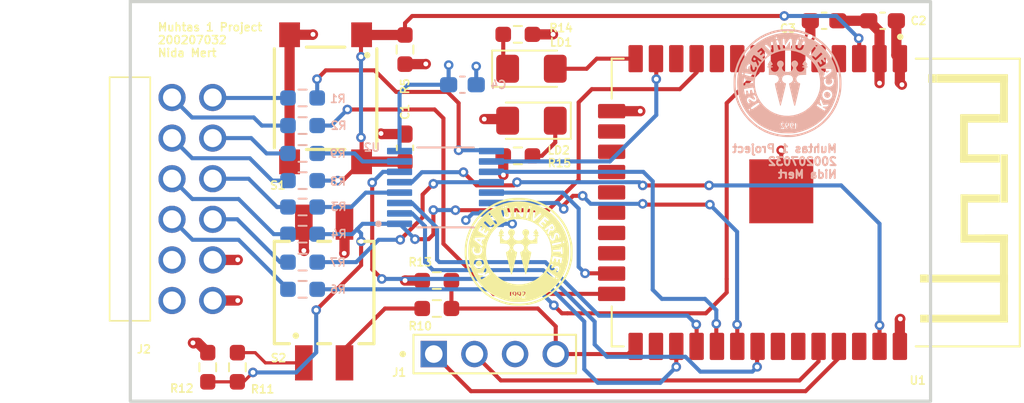
<source format=kicad_pcb>
(kicad_pcb (version 20240108) (generator "pcbnew") (generator_version "8.0")
  (layers (0 "F.Cu" signal) (1 "In1.Cu" power "GND") (2 "In2.Cu" power "PWR") (31 "B.Cu" signal) (34 "B.Paste" user) (35 "F.Paste" user) (36 "B.SilkS" user "B.Silkscreen") (37 "F.SilkS" user "F.Silkscreen") (38 "B.Mask" user) (39 "F.Mask" user) (44 "Edge.Cuts" user))
  (net 0 "")
  (net 1 "/EN")
  (net 2 "/GND")
  (net 3 "/VCC3V3")
  (net 4 "/TXD0")
  (net 5 "/IO0")
  (net 6 "/RXD0")
  (net 7 "Net-(J2-Pad10)")
  (net 8 "Net-(J2-Pad2)")
  (net 9 "Net-(J2-Pad7)")
  (net 10 "Net-(J2-Pad1)")
  (net 11 "Net-(J2-Pad3)")
  (net 12 "Net-(J2-Pad8)")
  (net 13 "Net-(J2-Pad4)")
  (net 14 "Net-(J2-Pad9)")
  (net 15 "/LD0")
  (net 16 "Net-(LD1-K)")
  (net 17 "Net-(LD2-K)")
  (net 18 "/RTS{slash}SS")
  (net 19 "/INT")
  (net 20 "/TXD{slash}MISO")
  (net 21 "/SELECT")
  (net 22 "/GPIO")
  (net 23 "/CTS{slash}SCK")
  (net 24 "/RXD{slash}MOSI")
  (net 25 "Net-(R10-Pad2)")
  (net 26 "Net-(R11-Pad1)")
  (net 28 "/TXD")
  (net 30 "/SS")
  (net 33 "/MOSI")
  (net 34 "/CTS")
  (net 35 "/MISO")
  (net 38 "/RTS")
  (net 43 "/SCK")
  (net 49 "/RXD")
  (footprint "Resistor_SMD:R_0603_1608Metric_Pad0.98x0.95mm_HandSolder" (layer "F.Cu") (at 146.0375 111.5 180)
    (property "Reference" "R10" (at 1.0375 -1.1 0) (layer "F.SilkS") (effects (font (size 0.5 0.5) (thickness 0.1) (bold yes))))
    (property "Value" "1K" (hide yes))
    (pad "1" smd roundrect (at -0.9125 0 180) (size 0.975 0.95) (layers "F.Cu" "F.Paste" "F.Mask") (net 5 "/IO0"))
    (pad "2" smd roundrect (at 0.9125 0 180) (size 0.975 0.95) (layers "F.Cu" "F.Paste" "F.Mask") (net 25 "Net-(R10-Pad2)"))
  )
  (footprint "Resistor_SMD:R_0603_1608Metric_Pad0.98x0.95mm_HandSolder" (layer "F.Cu") (at 146.0375 109.75 180)
    (property "Reference" "R13" (at 1.0375 1.15 0) (layer "F.SilkS") (effects (font (size 0.5 0.5) (thickness 0.1) (bold yes))))
    (property "Value" "20K" (hide yes))
    (pad "1" smd roundrect (at -0.9125 0 180) (size 0.975 0.95) (layers "F.Cu" "F.Paste" "F.Mask") (net 5 "/IO0"))
    (pad "2" smd roundrect (at 0.9125 0 180) (size 0.975 0.95) (layers "F.Cu" "F.Paste" "F.Mask") (net 3 "/VCC3V3"))
  )
  (footprint "Resistor_SMD:R_0603_1608Metric_Pad0.98x0.95mm_HandSolder" (layer "F.Cu") (at 133.575 115.175 -90)
    (property "Reference" "R11" (at 1.375 -1.575 180) (layer "F.SilkS") (effects (font (size 0.5 0.5) (thickness 0.1) (bold yes))))
    (property "Value" "5.6K" (hide yes))
    (pad "1" smd roundrect (at -0.9125 0 270) (size 0.975 0.95) (layers "F.Cu" "F.Paste" "F.Mask") (net 26 "Net-(R11-Pad1)"))
    (pad "2" smd roundrect (at 0.9125 0 270) (size 0.975 0.95) (layers "F.Cu" "F.Paste" "F.Mask") (net 21 "/SELECT"))
  )
  (footprint "Capacitor_SMD:C_0603_1608Metric_Pad1.08x0.95mm_HandSolder" (layer "F.Cu") (at 170.2375 93.5)
    (property "Reference" "C3" (at -2.2625 0.475 0) (layer "F.SilkS") (effects (font (size 0.5 0.5) (thickness 0.1) (bold yes))))
    (property "Value" "10uF" (hide yes))
    (pad "1" smd roundrect (at -0.8625 0) (size 1.075 0.95) (layers "F.Cu" "F.Paste" "F.Mask") (net 2 "/GND"))
    (pad "2" smd roundrect (at 0.8625 0) (size 1.075 0.95) (layers "F.Cu" "F.Paste" "F.Mask") (net 3 "/VCC3V3"))
  )
  (footprint "ESP-WROOM-32:MODULE_ESP-WROOM-32" (layer "F.Cu") (at 166.715 104.87 -90)
    (property "Reference" "U1" (at 11.13 -9.3725 180) (layer "F.SilkS") (effects (font (size 0.5 0.5) (thickness 0.1) (bold yes))))
    (property "Value" "ESP-WROOM-32" (hide yes))
    (pad "1" smd roundrect (at -9 -8.255 270) (size 1.7 0.9) (layers "F.Cu" "F.Paste" "F.Mask") (roundrect_rratio 0.11) (net 2 "/GND"))
    (pad "1.1" smd rect (at -0.7 -0.845 270) (size 4 4) (layers "F.Cu" "F.Paste" "F.Mask") (net 2 "/GND"))
    (pad "2" smd roundrect (at -9 -6.985 270) (size 1.7 0.9) (layers "F.Cu" "F.Paste" "F.Mask") (roundrect_rratio 0.11) (net 3 "/VCC3V3"))
    (pad "3" smd roundrect (at -9 -5.715 270) (size 1.7 0.9) (layers "F.Cu" "F.Paste" "F.Mask") (roundrect_rratio 0.11) (net 1 "/EN"))
    (pad "4" smd roundrect (at -9 -4.445 270) (size 1.7 0.9) (layers "F.Cu" "F.Paste" "F.Mask") (roundrect_rratio 0.11))
    (pad "5" smd roundrect (at -9 -3.175 270) (size 1.7 0.9) (layers "F.Cu" "F.Paste" "F.Mask") (roundrect_rratio 0.11))
    (pad "6" smd roundrect (at -9 -1.905 270) (size 1.7 0.9) (layers "F.Cu" "F.Paste" "F.Mask") (roundrect_rratio 0.11))
    (pad "7" smd roundrect (at -9 -0.635 270) (size 1.7 0.9) (layers "F.Cu" "F.Paste" "F.Mask") (roundrect_rratio 0.11))
    (pad "8" smd roundrect (at -9 0.635 270) (size 1.7 0.9) (layers "F.Cu" "F.Paste" "F.Mask") (roundrect_rratio 0.11) (net 22 "/GPIO"))
    (pad "9" smd roundrect (at -9 1.905 270) (size 1.7 0.9) (layers "F.Cu" "F.Paste" "F.Mask") (roundrect_rratio 0.11))
    (pad "10" smd roundrect (at -9 3.175 270) (size 1.7 0.9) (layers "F.Cu" "F.Paste" "F.Mask") (roundrect_rratio 0.11))
    (pad "11" smd roundrect (at -9 4.445 270) (size 1.7 0.9) (layers "F.Cu" "F.Paste" "F.Mask") (roundrect_rratio 0.11) (net 21 "/SELECT"))
    (pad "12" smd roundrect (at -9 5.715 270) (size 1.7 0.9) (layers "F.Cu" "F.Paste" "F.Mask") (roundrect_rratio 0.11))
    (pad "13" smd roundrect (at -9 6.985 270) (size 1.7 0.9) (layers "F.Cu" "F.Paste" "F.Mask") (roundrect_rratio 0.11) (net 38 "/RTS"))
    (pad "14" smd roundrect (at -9 8.255 270) (size 1.7 0.9) (layers "F.Cu" "F.Paste" "F.Mask") (roundrect_rratio 0.11) (net 15 "/LD0"))
    (pad "15" smd roundrect (at -5.715 9.755 270) (size 0.9 1.7) (layers "F.Cu" "F.Paste" "F.Mask") (roundrect_rratio 0.11) (net 2 "/GND"))
    (pad "16" smd roundrect (at -4.445 9.755 270) (size 0.9 1.7) (layers "F.Cu" "F.Paste" "F.Mask") (roundrect_rratio 0.11))
    (pad "17" smd roundrect (at -3.175 9.755 270) (size 0.9 1.7) (layers "F.Cu" "F.Paste" "F.Mask") (roundrect_rratio 0.11))
    (pad "18" smd roundrect (at -1.905 9.755 270) (size 0.9 1.7) (layers "F.Cu" "F.Paste" "F.Mask") (roundrect_rratio 0.11))
    (pad "19" smd roundrect (at -0.635 9.755 270) (size 0.9 1.7) (layers "F.Cu" "F.Paste" "F.Mask") (roundrect_rratio 0.11))
    (pad "20" smd roundrect (at 0.635 9.755 270) (size 0.9 1.7) (layers "F.Cu" "F.Paste" "F.Mask") (roundrect_rratio 0.11))
    (pad "21" smd roundrect (at 1.905 9.755 270) (size 0.9 1.7) (layers "F.Cu" "F.Paste" "F.Mask") (roundrect_rratio 0.11))
    (pad "22" smd roundrect (at 3.175 9.755 270) (size 0.9 1.7) (layers "F.Cu" "F.Paste" "F.Mask") (roundrect_rratio 0.11))
    (pad "23" smd roundrect (at 4.445 9.755 270) (size 0.9 1.7) (layers "F.Cu" "F.Paste" "F.Mask") (roundrect_rratio 0.11) (net 34 "/CTS"))
    (pad "24" smd roundrect (at 5.715 9.755 270) (size 0.9 1.7) (layers "F.Cu" "F.Paste" "F.Mask") (roundrect_rratio 0.11) (net 19 "/INT"))
    (pad "25" smd roundrect (at 9 8.255 270) (size 1.7 0.9) (layers "F.Cu" "F.Paste" "F.Mask") (roundrect_rratio 0.11) (net 5 "/IO0"))
    (pad "26" smd roundrect (at 9 6.985 270) (size 1.7 0.9) (layers "F.Cu" "F.Paste" "F.Mask") (roundrect_rratio 0.11))
    (pad "27" smd roundrect (at 9 5.715 270) (size 1.7 0.9) (layers "F.Cu" "F.Paste" "F.Mask") (roundrect_rratio 0.11) (net 49 "/RXD"))
    (pad "28" smd roundrect (at 9 4.445 270) (size 1.7 0.9) (layers "F.Cu" "F.Paste" "F.Mask") (roundrect_rratio 0.11) (net 28 "/TXD"))
    (pad "29" smd roundrect (at 9 3.175 270) (size 1.7 0.9) (layers "F.Cu" "F.Paste" "F.Mask") (roundrect_rratio 0.11) (net 30 "/SS"))
    (pad "30" smd roundrect (at 9 1.905 270) (size 1.7 0.9) (layers "F.Cu" "F.Paste" "F.Mask") (roundrect_rratio 0.11) (net 43 "/SCK"))
    (pad "31" smd roundrect (at 9 0.635 270) (size 1.7 0.9) (layers "F.Cu" "F.Paste" "F.Mask") (roundrect_rratio 0.11) (net 35 "/MISO"))
    (pad "32" smd roundrect (at 9 -0.635 270) (size 1.7 0.9) (layers "F.Cu" "F.Paste" "F.Mask") (roundrect_rratio 0.11))
    (pad "33" smd roundrect (at 9 -1.905 270) (size 1.7 0.9) (layers "F.Cu" "F.Paste" "F.Mask") (roundrect_rratio 0.11))
    (pad "34" smd roundrect (at 9 -3.175 270) (size 1.7 0.9) (layers "F.Cu" "F.Paste" "F.Mask") (roundrect_rratio 0.11) (net 6 "/RXD0"))
    (pad "35" smd roundrect (at 9 -4.445 270) (size 1.7 0.9) (layers "F.Cu" "F.Paste" "F.Mask") (roundrect_rratio 0.11) (net 4 "/TXD0"))
    (pad "36" smd roundrect (at 9 -5.715 270) (size 1.7 0.9) (layers "F.Cu" "F.Paste" "F.Mask") (roundrect_rratio 0.11))
    (pad "37" smd roundrect (at 9 -6.985 270) (size 1.7 0.9) (layers "F.Cu" "F.Paste" "F.Mask") (roundrect_rratio 0.11) (net 33 "/MOSI"))
    (pad "38" smd roundrect (at 9 -8.255 270) (size 1.7 0.9) (layers "F.Cu" "F.Paste" "F.Mask") (roundrect_rratio 0.11) (net 2 "/GND"))
  )
  (footprint "Resistor_SMD:R_0603_1608Metric_Pad0.98x0.95mm_HandSolder" (layer "F.Cu") (at 131.725 115.175 90)
    (property "Reference" "R12" (at -1.325 -1.625 180) (layer "F.SilkS") (effects (font (size 0.5 0.5) (thickness 0.1) (bold yes))))
    (property "Value" "20K" (hide yes))
    (pad "1" smd roundrect (at -0.9125 0 90) (size 0.975 0.95) (layers "F.Cu" "F.Paste" "F.Mask") (net 21 "/SELECT"))
    (pad "2" smd roundrect (at 0.9125 0 90) (size 0.975 0.95) (layers "F.Cu" "F.Paste" "F.Mask") (net 2 "/GND"))
  )
  (footprint "Capacitor_SMD:C_0603_1608Metric_Pad1.08x0.95mm_HandSolder" (layer "F.Cu") (at 144.05 101.45 90)
    (property "Reference" "C1" (at 2.25 0 90) (layer "F.SilkS") (effects (font (size 0.5 0.5) (thickness 0.1) (bold yes))))
    (property "Value" "10nF" (hide yes))
    (pad "1" smd roundrect (at -0.8625 0 90) (size 1.075 0.95) (layers "F.Cu" "F.Paste" "F.Mask") (net 1 "/EN"))
    (pad "2" smd roundrect (at 0.8625 0 90) (size 1.075 0.95) (layers "F.Cu" "F.Paste" "F.Mask") (net 2 "/GND"))
  )
  (footprint "m20-9740642:M209740642" (layer "F.Cu") (at 132.0335 111 90)
    (property "Reference" "J2" (at -3.05 -4.296 180) (layer "F.SilkS") (effects (font (size 0.5 0.5) (thickness 0.1) (bold yes))))
    (property "Value" "2x6 Pin Male Header, Through Hole" (hide yes))
    (pad "1" thru_hole circle (at 12.7 0 90) (size 1.695 1.695) (drill 1.13) (layers "*.Cu" "*.Mask") (net 10 "Net-(J2-Pad1)"))
    (pad "2" thru_hole circle (at 10.16 0 90) (size 1.695 1.695) (drill 1.13) (layers "*.Cu" "*.Mask") (net 8 "Net-(J2-Pad2)"))
    (pad "3" thru_hole circle (at 7.62 0 90) (size 1.695 1.695) (drill 1.13) (layers "*.Cu" "*.Mask") (net 11 "Net-(J2-Pad3)"))
    (pad "4" thru_hole circle (at 5.08 0 90) (size 1.695 1.695) (drill 1.13) (layers "*.Cu" "*.Mask") (net 13 "Net-(J2-Pad4)"))
    (pad "5" thru_hole circle (at 2.54 0 90) (size 1.695 1.695) (drill 1.13) (layers "*.Cu" "*.Mask") (net 2 "/GND"))
    (pad "6" thru_hole circle (at 0 0 90) (size 1.695 1.695) (drill 1.13) (layers "*.Cu" "*.Mask") (net 3 "/VCC3V3"))
    (pad "7" thru_hole circle (at 12.7 -2.54 90) (size 1.695 1.695) (drill 1.13) (layers "*.Cu" "*.Mask") (net 9 "Net-(J2-Pad7)"))
    (pad "8" thru_hole circle (at 10.16 -2.54 90) (size 1.695 1.695) (drill 1.13) (layers "*.Cu" "*.Mask") (net 12 "Net-(J2-Pad8)"))
    (pad "9" thru_hole circle (at 7.62 -2.54 90) (size 1.695 1.695) (drill 1.13) (layers "*.Cu" "*.Mask") (net 14 "Net-(J2-Pad9)"))
    (pad "10" thru_hole circle (at 5.08 -2.54 90) (size 1.695 1.695) (drill 1.13) (layers "*.Cu" "*.Mask") (net 7 "Net-(J2-Pad10)"))
    (pad "11" thru_hole circle (at 2.54 -2.54 90) (size 1.695 1.695) (drill 1.13) (layers "*.Cu" "*.Mask") (net 2 "/GND"))
    (pad "12" thru_hole circle (at 0 -2.54 90) (size 1.695 1.695) (drill 1.13) (layers "*.Cu" "*.Mask") (net 3 "/VCC3V3"))
  )
  (footprint "Resistor_SMD:R_0603_1608Metric_Pad0.98x0.95mm_HandSolder" (layer "F.Cu") (at 144.05 95.3 90)
    (property "Reference" "R5" (at -2.3 0 90) (layer "F.SilkS") (effects (font (size 0.5 0.5) (thickness 0.1) (bold yes))))
    (property "Value" "10K" (hide yes))
    (pad "1" smd roundrect (at -0.9125 0 90) (size 0.975 0.95) (layers "F.Cu" "F.Paste" "F.Mask") (net 3 "/VCC3V3"))
    (pad "2" smd roundrect (at 0.9125 0 90) (size 0.975 0.95) (layers "F.Cu" "F.Paste" "F.Mask") (net 1 "/EN"))
  )
  (footprint "LED_SMD:LED_1206_3216Metric_Pad1.42x1.75mm_HandSolder" (layer "F.Cu") (at 151.95 99.75 180)
    (property "Reference" "LD2" (at -1.7 -1.85 0) (layer "F.SilkS") (effects (font (size 0.5 0.5) (thickness 0.1) (bold yes))))
    (property "Value" "Red Led" (hide yes))
    (pad "1" smd roundrect (at -1.4875 0 180) (size 1.425 1.75) (layers "F.Cu" "F.Paste" "F.Mask") (roundrect_rratio 0.175439) (net 17 "Net-(LD2-K)"))
    (pad "2" smd roundrect (at 1.4875 0 180) (size 1.425 1.75) (layers "F.Cu" "F.Paste" "F.Mask") (roundrect_rratio 0.175439) (net 3 "/VCC3V3"))
  )
  (footprint "Resistor_SMD:R_0603_1608Metric_Pad0.98x0.95mm_HandSolder" (layer "F.Cu") (at 151.1 101.95 180)
    (property "Reference" "R15" (at -2.6 -0.45 0) (layer "F.SilkS") (effects (font (size 0.5 0.5) (thickness 0.1))))
    (property "Value" "1.5K" (hide yes))
    (pad "1" smd roundrect (at -0.9125 0 180) (size 0.975 0.95) (layers "F.Cu" "F.Paste" "F.Mask") (net 17 "Net-(LD2-K)"))
    (pad "2" smd roundrect (at 0.9125 0 180) (size 0.975 0.95) (layers "F.Cu" "F.Paste" "F.Mask") (net 2 "/GND"))
  )
  (footprint "Resistor_SMD:R_0603_1608Metric_Pad0.98x0.95mm_HandSolder" (layer "F.Cu") (at 151.1 94.35)
    (property "Reference" "R14" (at 2.7 -0.4 180) (layer "F.SilkS") (effects (font (size 0.5 0.5) (thickness 0.1) (bold yes))))
    (property "Value" "1.5K" (hide yes))
    (pad "1" smd roundrect (at -0.9125 0) (size 0.975 0.95) (layers "F.Cu" "F.Paste" "F.Mask") (net 16 "Net-(LD1-K)"))
    (pad "2" smd roundrect (at 0.9125 0) (size 0.975 0.95) (layers "F.Cu" "F.Paste" "F.Mask") (net 2 "/GND"))
  )
  (footprint "418121270802:418121270802" (layer "F.Cu") (at 138.9975 110.5)
    (property "Reference" "S2" (at -2.85 4.1 0) (layer "F.SilkS") (effects (font (size 0.5 0.5) (thickness 0.1) (bold yes))))
    (property "Value" "Dip Switch" (hide yes))
    (property "VALUE" "418121270802" (hide yes))
    (pad "1" smd rect (at -1.27 4.4) (size 1.1 2.2) (layers "F.Cu" "F.Paste" "F.Mask") (net 26 "Net-(R11-Pad1)"))
    (pad "2" smd rect (at 1.27 4.4) (size 1.1 2.2) (layers "F.Cu" "F.Paste" "F.Mask") (net 25 "Net-(R10-Pad2)"))
    (pad "A1" smd rect (at -1.27 -4.4) (size 1.1 2.2) (layers "F.Cu" "F.Paste" "F.Mask") (net 3 "/VCC3V3"))
    (pad "A2" smd rect (at 1.27 -4.4) (size 1.1 2.2) (layers "F.Cu" "F.Paste" "F.Mask") (net 2 "/GND"))
  )
  (footprint "430182050816:430182050816" (layer "F.Cu") (at 139.0875 98.35 -90)
    (property "Reference" "S1" (at 5.45 2.9875 180) (layer "F.SilkS") (effects (font (size 0.5 0.5) (thickness 0.1) (bold yes))))
    (property "Value" "Tactile Switch" (hide yes))
    (property "VALUE" "430182050816" (hide yes))
    (pad "1" smd rect (at -3.975 -2.25 270) (size 1.55 1.3) (layers "F.Cu" "F.Paste" "F.Mask") (net 1 "/EN"))
    (pad "2" smd rect (at -3.975 2.25 270) (size 1.55 1.3) (layers "F.Cu" "F.Paste" "F.Mask") (net 2 "/GND"))
    (pad "3" smd rect (at 3.975 -2.25 270) (size 1.55 1.3) (layers "F.Cu" "F.Paste" "F.Mask") (net 1 "/EN"))
    (pad "4" smd rect (at 3.975 2.25 270) (size 1.55 1.3) (layers "F.Cu" "F.Paste" "F.Mask") (net 2 "/GND"))
  )
  (footprint "Capacitor_SMD:C_0603_1608Metric_Pad1.08x0.95mm_HandSolder" (layer "F.Cu") (at 173.8875 93.5 180)
    (property "Reference" "C2" (at -2.25 0 0) (layer "F.SilkS") (effects (font (size 0.5 0.5) (thickness 0.1) (bold yes))))
    (property "Value" "100nF" (hide yes))
    (pad "1" smd roundrect (at -0.8625 0 180) (size 1.075 0.95) (layers "F.Cu" "F.Paste" "F.Mask") (net 2 "/GND"))
    (pad "2" smd roundrect (at 0.8625 0 180) (size 1.075 0.95) (layers "F.Cu" "F.Paste" "F.Mask") (net 3 "/VCC3V3"))
  )
  (footprint "LED_SMD:LED_1206_3216Metric_Pad1.42x1.75mm_HandSolder" (layer "F.Cu") (at 151.95 96.5)
    (property "Reference" "LD1" (at 1.85 -1.65 0) (layer "F.SilkS") (effects (font (size 0.5 0.5) (thickness 0.1) (bold yes))))
    (property "Value" "Green Led" (hide yes))
    (pad "1" smd roundrect (at -1.4875 0) (size 1.425 1.75) (layers "F.Cu" "F.Paste" "F.Mask") (roundrect_rratio 0.175439) (net 16 "Net-(LD1-K)"))
    (pad "2" smd roundrect (at 1.4875 0) (size 1.425 1.75) (layers "F.Cu" "F.Paste" "F.Mask") (roundrect_rratio 0.175439) (net 15 "/LD0"))
  )
  (footprint "Logo:kou_logo_7mm" (layer "F.Cu") (at 151.15 107.95)
    (property "Reference" "G***" (hide yes))
    (property "Value" "LOGO" (hide yes))
  )
  (footprint "68001-204HLF:AMPHENOL_68001-204HLF" (layer "F.Cu") (at 149.6575 114.35)
    (property "Reference" "J1" (at -5.97 1.15 180) (layer "F.SilkS") (effects (font (size 0.5 0.5) (thickness 0.1) (bold yes))))
    (property "Value" "4-Pin Male Header, Through Hole" (hide yes))
    (pad "1" thru_hole rect (at -3.81 0) (size 1.65 1.65) (drill 1.1) (layers "*.Cu" "*.Mask") (net 4 "/TXD0"))
    (pad "2" thru_hole circle (at -1.27 0) (size 1.65 1.65) (drill 1.1) (layers "*.Cu" "*.Mask") (net 6 "/RXD0"))
    (pad "3" thru_hole circle (at 1.27 0) (size 1.65 1.65) (drill 1.1) (layers "*.Cu" "*.Mask") (net 2 "/GND"))
    (pad "4" thru_hole circle (at 3.81 0) (size 1.65 1.65) (drill 1.1) (layers "*.Cu" "*.Mask") (net 5 "/IO0"))
  )
  (footprint "Resistor_SMD:R_0603_1608Metric_Pad0.98x0.95mm_HandSolder" (layer "B.Cu") (at 137.65 108.6)
    (property "Reference" "R7" (at 2.2 0.016668 0) (layer "B.SilkS") (effects (font (size 0.5 0.5) (thickness 0.1) (bold yes)) (justify mirror)))
    (property "Value" "200" (hide yes))
    (pad "1" smd roundrect (at -0.9125 0) (size 0.975 0.95) (layers "B.Cu" "B.Paste" "B.Mask") (net 13 "Net-(J2-Pad4)"))
    (pad "2" smd roundrect (at 0.9125 0) (size 0.975 0.95) (layers "B.Cu" "B.Paste" "B.Mask") (net 23 "/CTS{slash}SCK"))
  )
  (footprint "Resistor_SMD:R_0603_1608Metric_Pad0.98x0.95mm_HandSolder" (layer "B.Cu") (at 137.65 98.328574)
    (property "Reference" "R1" (at 2.2 0.05 0) (layer "B.SilkS") (effects (font (size 0.5 0.5) (thickness 0.1) (bold yes)) (justify mirror)))
    (property "Value" "200" (hide yes))
    (pad "1" smd roundrect (at -0.9125 0) (size 0.975 0.95) (layers "B.Cu" "B.Paste" "B.Mask") (net 10 "Net-(J2-Pad1)"))
    (pad "2" smd roundrect (at 0.9125 0) (size 0.975 0.95) (layers "B.Cu" "B.Paste" "B.Mask") (net 18 "/RTS{slash}SS"))
  )
  (footprint "Resistor_SMD:R_0603_1608Metric_Pad0.98x0.95mm_HandSolder" (layer "B.Cu") (at 137.65 106.85)
    (property "Reference" "R4" (at 2.2625 -0.014287 0) (layer "B.SilkS") (effects (font (size 0.5 0.5) (thickness 0.1) (bold yes)) (justify mirror)))
    (property "Value" "200" (hide yes))
    (pad "1" smd roundrect (at -0.9125 0) (size 0.975 0.95) (layers "B.Cu" "B.Paste" "B.Mask") (net 14 "Net-(J2-Pad9)"))
    (pad "2" smd roundrect (at 0.9125 0) (size 0.975 0.95) (layers "B.Cu" "B.Paste" "B.Mask") (net 21 "/SELECT"))
  )
  (footprint "Resistor_SMD:R_0603_1608Metric_Pad0.98x0.95mm_HandSolder" (layer "B.Cu") (at 137.65 103.5)
    (property "Reference" "R8" (at 2.2125 0.05 0) (layer "B.SilkS") (effects (font (size 0.5 0.5) (thickness 0.1) (bold yes)) (justify mirror)))
    (property "Value" "200" (hide yes))
    (pad "1" smd roundrect (at -0.9125 0) (size 0.975 0.95) (layers "B.Cu" "B.Paste" "B.Mask") (net 12 "Net-(J2-Pad8)"))
    (pad "2" smd roundrect (at 0.9125 0) (size 0.975 0.95) (layers "B.Cu" "B.Paste" "B.Mask") (net 1 "/EN"))
  )
  (footprint "Logo:kou_logo_7mm" (layer "B.Cu") (at 167.95 97.4 180)
    (property "Reference" "G***" (hide yes))
    (property "Value" "LOGO" (hide yes))
  )
  (footprint "Resistor_SMD:R_0603_1608Metric_Pad0.98x0.95mm_HandSolder" (layer "B.Cu") (at 137.65 100.057145)
    (property "Reference" "R2" (at 2.25 0 0) (layer "B.SilkS") (effects (font (size 0.5 0.5) (thickness 0.1) (bold yes)) (justify mirror)))
    (property "Value" "200" (hide yes))
    (pad "1" smd roundrect (at -0.9125 0) (size 0.975 0.95) (layers "B.Cu" "B.Paste" "B.Mask") (net 9 "Net-(J2-Pad7)"))
    (pad "2" smd roundrect (at 0.9125 0) (size 0.975 0.95) (layers "B.Cu" "B.Paste" "B.Mask") (net 19 "/INT"))
  )
  (footprint "TS3A5018PW:SOP65P640X120-16N" (layer "B.Cu") (at 146.58 103.925)
    (property "Reference" "U2" (at -4.6 -2.5 0) (layer "B.SilkS") (effects (font (size 0.5 0.5) (thickness 0.1) (bold yes)) (justify mirror)))
    (property "Value" "TS3A5018PWR" (hide yes))
    (pad "1" smd roundrect (at -2.87 2.275) (size 1.57 0.41) (layers "B.Cu" "B.Paste" "B.Mask") (roundrect_rratio 0.125) (net 21 "/SELECT"))
    (pad "2" smd roundrect (at -2.87 1.625) (size 1.57 0.41) (layers "B.Cu" "B.Paste" "B.Mask") (roundrect_rratio 0.125) (net 35 "/MISO"))
    (pad "3" smd roundrect (at -2.87 0.975) (size 1.57 0.41) (layers "B.Cu" "B.Paste" "B.Mask") (roundrect_rratio 0.125) (net 28 "/TXD"))
    (pad "4" smd roundrect (at -2.87 0.325) (size 1.57 0.41) (layers "B.Cu" "B.Paste" "B.Mask") (roundrect_rratio 0.125) (net 20 "/TXD{slash}MISO"))
    (pad "5" smd roundrect (at -2.87 -0.325) (size 1.57 0.41) (layers "B.Cu" "B.Paste" "B.Mask") (roundrect_rratio 0.125) (net 33 "/MOSI"))
    (pad "6" smd roundrect (at -2.87 -0.975) (size 1.57 0.41) (layers "B.Cu" "B.Paste" "B.Mask") (roundrect_rratio 0.125) (net 49 "/RXD"))
    (pad "7" smd roundrect (at -2.87 -1.625) (size 1.57 0.41) (layers "B.Cu" "B.Paste" "B.Mask") (roundrect_rratio 0.125) (net 24 "/RXD{slash}MOSI"))
    (pad "8" smd roundrect (at -2.87 -2.275) (size 1.57 0.41) (layers "B.Cu" "B.Paste" "B.Mask") (roundrect_rratio 0.125) (net 2 "/GND"))
    (pad "9" smd roundrect (at 2.87 -2.275) (size 1.57 0.41) (layers "B.Cu" "B.Paste" "B.Mask") (roundrect_rratio 0.125) (net 18 "/RTS{slash}SS"))
    (pad "10" smd roundrect (at 2.87 -1.625) (size 1.57 0.41) (layers "B.Cu" "B.Paste" "B.Mask") (roundrect_rratio 0.125) (net 38 "/RTS"))
    (pad "11" smd roundrect (at 2.87 -0.975) (size 1.57 0.41) (layers "B.Cu" "B.Paste" "B.Mask") (roundrect_rratio 0.125) (net 30 "/SS"))
    (pad "12" smd roundrect (at 2.87 -0.325) (size 1.57 0.41) (layers "B.Cu" "B.Paste" "B.Mask") (roundrect_rratio 0.125) (net 23 "/CTS{slash}SCK"))
    (pad "13" smd roundrect (at 2.87 0.325) (size 1.57 0.41) (layers "B.Cu" "B.Paste" "B.Mask") (roundrect_rratio 0.125) (net 34 "/CTS"))
    (pad "14" smd roundrect (at 2.87 0.975) (size 1.57 0.41) (layers "B.Cu" "B.Paste" "B.Mask") (roundrect_rratio 0.125) (net 43 "/SCK"))
    (pad "15" smd roundrect (at 2.87 1.625) (size 1.57 0.41) (layers "B.Cu" "B.Paste" "B.Mask") (roundrect_rratio 0.125) (net 2 "/GND"))
    (pad "16" smd roundrect (at 2.87 2.275) (size 1.57 0.41) (layers "B.Cu" "B.Paste" "B.Mask") (roundrect_rratio 0.125) (net 3 "/VCC3V3"))
  )
  (footprint "Resistor_SMD:R_0603_1608Metric_Pad0.98x0.95mm_HandSolder" (layer "B.Cu") (at 137.65 101.8)
    (property "Reference" "R9" (at 2.2 0 0) (layer "B.SilkS") (effects (font (size 0.5 0.5) (thickness 0.1) (bold yes)) (justify mirror)))
    (property "Value" "200" (hide yes))
    (pad "1" smd roundrect (at -0.9125 0) (size 0.975 0.95) (layers "B.Cu" "B.Paste" "B.Mask") (net 8 "Net-(J2-Pad2)"))
    (pad "2" smd roundrect (at 0.9125 0) (size 0.975 0.95) (layers "B.Cu" "B.Paste" "B.Mask") (net 24 "/RXD{slash}MOSI"))
  )
  (footprint "Resistor_SMD:R_0603_1608Metric_Pad0.98x0.95mm_HandSolder" (layer "B.Cu") (at 137.65 110.3)
    (property "Reference" "R6" (at 2.2125 0.007142 0) (layer "B.SilkS") (effects (font (size 0.5 0.5) (thickness 0.1) (bold yes)) (justify mirror)))
    (property "Value" "200" (hide yes))
    (pad "1" smd roundrect (at -0.9125 0) (size 0.975 0.95) (layers "B.Cu" "B.Paste" "B.Mask") (net 7 "Net-(J2-Pad10)"))
    (pad "2" smd roundrect (at 0.9125 0) (size 0.975 0.95) (layers "B.Cu" "B.Paste" "B.Mask") (net 22 "/GPIO"))
  )
  (footprint "Capacitor_SMD:C_0603_1608Metric_Pad1.08x0.95mm_HandSolder" (layer "B.Cu") (at 147.6375 97.5 180)
    (property "Reference" "C4" (at -2.25 0 0) (layer "B.SilkS") (effects (font (size 0.5 0.5) (thickness 0.1) (bold yes)) (justify mirror)))
    (property "Value" "100nF" (hide yes))
    (pad "1" smd roundrect (at -0.8625 0 180) (size 1.075 0.95) (layers "B.Cu" "B.Paste" "B.Mask") (net 3 "/VCC3V3"))
    (pad "2" smd roundrect (at 0.8625 0 180) (size 1.075 0.95) (layers "B.Cu" "B.Paste" "B.Mask") (net 2 "/GND"))
  )
  (footprint "Resistor_SMD:R_0603_1608Metric_Pad0.98x0.95mm_HandSolder" (layer "B.Cu") (at 137.65 105.15)
    (property "Reference" "R3" (at 2.25 -0.016666 0) (layer "B.SilkS") (effects (font (size 0.5 0.5) (thickness 0.1) (bold yes)) (justify mirror)))
    (property "Value" "200" (hide yes))
    (pad "1" smd roundrect (at -0.9125 0) (size 0.975 0.95) (layers "B.Cu" "B.Paste" "B.Mask") (net 11 "Net-(J2-Pad3)"))
    (pad "2" smd roundrect (at 0.9125 0) (size 0.975 0.95) (layers "B.Cu" "B.Paste" "B.Mask") (net 20 "/TXD{slash}MISO"))
  )
  (gr_rect (start 126.8875 92.3) (end 176.8875 117.3) (stroke (width 0.2)) (fill none) (layer "Edge.Cuts"))
  (gr_text "Muhtas 1 Project\n200207032\nNida Mert" (at 171.1 103.4 0) (layer "B.SilkS") (effects (font (size 0.5 0.5) (thickness 0.125) (bold yes)) (justify left bottom mirror)))
  (gr_text "Muhtas 1 Project\n200207032\nNida Mert" (at 128.55 95.8 0) (layer "F.SilkS") (effects (font (size 0.5 0.5) (thickness 0.1) (bold yes)) (justify left bottom)))
  (segment (start 144.5 93.2) (end 144.05 93.65) (width 0.254) (layer "F.Cu") (net 1))
  (segment (start 141.35 102.3125) (end 141.3375 102.325) (width 0.64) (layer "F.Cu") (net 1))
  (segment (start 140.1625 103.5) (end 141.3375 102.325) (width 0.254) (layer "F.Cu") (net 1))
  (segment (start 141.35 94.3875) (end 141.3375 94.375) (width 0.64) (layer "F.Cu") (net 1))
  (segment (start 141.3 94.4125) (end 141.3375 94.375) (width 0.254) (layer "F.Cu") (net 1))
  (segment (start 141.3375 102.325) (end 141.3375 100.8375) (width 0.254) (layer "F.Cu") (net 1))
  (segment (start 144.05 94.3875) (end 141.35 94.3875) (width 0.64) (layer "F.Cu") (net 1))
  (segment (start 141.3 95.75) (end 141.3 94.4125) (width 0.254) (layer "F.Cu") (net 1))
  (segment (start 172.43 95.87) (end 172.43 94.63) (width 0.254) (layer "F.Cu") (net 1))
  (segment (start 167.75 93.2) (end 144.5 93.2) (width 0.254) (layer "F.Cu") (net 1))
  (segment (start 172.43 94.63) (end 172.4 94.6) (width 0.254) (layer "F.Cu") (net 1))
  (segment (start 139.85 103.5) (end 140.1625 103.5) (width 0.254) (layer "F.Cu") (net 1))
  (segment (start 144.05 93.65) (end 144.05 94.3875) (width 0.254) (layer "F.Cu") (net 1))
  (segment (start 141.3375 100.8375) (end 141.3 100.8) (width 0.254) (layer "F.Cu") (net 1))
  (segment (start 144.05 102.3125) (end 141.35 102.3125) (width 0.64) (layer "F.Cu") (net 1))
  (via (at 139.85 103.5) (size 0.6) (drill 0.3) (layers "F.Cu" "B.Cu") (net 1))
  (via (at 167.75 93.2) (size 0.6) (drill 0.3) (layers "F.Cu" "B.Cu") (net 1))
  (via (at 172.4 94.6) (size 0.6) (drill 0.3) (layers "F.Cu" "B.Cu") (net 1))
  (via (at 141.3 95.75) (size 0.6) (drill 0.3) (layers "F.Cu" "B.Cu") (net 1))
  (via (at 141.3 100.8) (size 0.6) (drill 0.3) (layers "F.Cu" "B.Cu") (net 1))
  (segment (start 141.3 100.8) (end 141.3 95.75) (width 0.254) (layer "B.Cu") (net 1))
  (segment (start 138.5625 103.5) (end 139.85 103.5) (width 0.254) (layer "B.Cu") (net 1))
  (segment (start 171 93.2) (end 167.75 93.2) (width 0.254) (layer "B.Cu") (net 1))
  (segment (start 172.4 94.6) (end 171 93.2) (width 0.254) (layer "B.Cu") (net 1))
  (segment (start 174.97 97.37) (end 175.1 97.5) (width 0.64) (layer "F.Cu") (net 2))
  (segment (start 142.5875 100.5875) (end 142.55 100.55) (width 0.64) (layer "F.Cu") (net 2))
  (segment (start 131.1125 113.65) (end 131.725 114.2625) (width 0.64) (layer "F.Cu") (net 2))
  (segment (start 144.05 100.5875) (end 142.5875 100.5875) (width 0.64) (layer "F.Cu") (net 2))
  (segment (start 174.97 95.87) (end 174.97 97.37) (width 0.64) (layer "F.Cu") (net 2))
  (segment (start 136.8375 102.325) (end 136.8375 94.375) (width 0.64) (layer "F.Cu") (net 2))
  (segment (start 174.75 95.65) (end 174.97 95.87) (width 0.64) (layer "F.Cu") (net 2))
  (segment (start 167.56 101.61) (end 167.55 101.6) (width 0.254) (layer "F.Cu") (net 2))
  (segment (start 138.275 94.375) (end 138.3 94.35) (width 0.64) (layer "F.Cu") (net 2))
  (segment (start 140.2675 106.1) (end 140.2675 108.0325) (width 0.64) (layer "F.Cu") (net 2))
  (segment (start 156.96 99.155) (end 158.745 99.155) (width 0.64) (layer "F.Cu") (net 2))
  (segment (start 169.375 93.5) (end 169.375 94.475) (width 0.64) (layer "F.Cu") (net 2))
  (segment (start 150.1875 103.1375) (end 150.1875 101.95) (width 0.64) (layer "F.Cu") (net 2))
  (segment (start 130.8 113.65) (end 131.1125 113.65) (width 0.64) (layer "F.Cu") (net 2))
  (segment (start 140.2675 108.0325) (end 140.25 108.05) (width 0.64) (layer "F.Cu") (net 2))
  (segment (start 174.97 112.18) (end 175 112.15) (width 0.64) (layer "F.Cu") (net 2))
  (segment (start 167.56 104.17) (end 167.56 101.61) (width 0.254) (layer "F.Cu") (net 2))
  (segment (start 150.2 103.15) (end 150.1875 103.1375) (width 0.64) (layer "F.Cu") (net 2))
  (segment (start 169.375 94.475) (end 169.35 94.5) (width 0.64) (layer "F.Cu") (net 2))
  (segment (start 133.59 108.46) (end 133.6 108.45) (width 0.64) (layer "F.Cu") (net 2))
  (segment (start 174.75 93.5) (end 174.75 95.65) (width 0.64) (layer "F.Cu") (net 2))
  (segment (start 132.0335 108.46) (end 133.59 108.46) (width 0.64) (layer "F.Cu") (net 2))
  (segment (start 130.8 113.65) (end 130.8375 113.6875) (width 0.64) (layer "F.Cu") (net 2))
  (segment (start 152.0125 94.35) (end 153.3 94.35) (width 0.64) (layer "F.Cu") (net 2))
  (segment (start 174.97 113.87) (end 174.97 112.18) (width 0.64) (layer "F.Cu") (net 2))
  (segment (start 158.745 99.155) (end 158.75 99.15) (width 0.64) (layer "F.Cu") (net 2))
  (segment (start 136.8375 94.375) (end 138.275 94.375) (width 0.64) (layer "F.Cu") (net 2))
  (via blind (at 150.2 103.15) (size 0.6) (drill 0.3) (layers "F.Cu" "In1.Cu") (net 2))
  (via blind (at 167.55 101.6) (size 0.6) (drill 0.3) (layers "F.Cu" "In1.Cu") (net 2))
  (via blind (at 175.1 97.5) (size 0.6) (drill 0.3) (layers "F.Cu" "In1.Cu") (net 2))
  (via blind (at 138.3 94.35) (size 0.6) (drill 0.3) (layers "F.Cu" "In1.Cu") (net 2))
  (via blind (at 153.3 94.35) (size 0.6) (drill 0.3) (layers "F.Cu" "In1.Cu") (net 2))
  (via blind (at 175 112.15) (size 0.6) (drill 0.3) (layers "F.Cu" "In1.Cu") (net 2))
  (via blind (at 133.6 108.45) (size 0.6) (drill 0.3) (layers "F.Cu" "In1.Cu") (net 2))
  (via blind (at 169.35 94.5) (size 0.6) (drill 0.3) (layers "F.Cu" "In1.Cu") (net 2))
  (via blind (at 130.8 113.65) (size 0.6) (drill 0.3) (layers "F.Cu" "In1.Cu") (net 2))
  (via blind (at 140.25 108.05) (size 0.6) (drill 0.3) (layers "F.Cu" "In1.Cu") (net 2))
  (via blind (at 158.75 99.15) (size 0.6) (drill 0.3) (layers "F.Cu" "In1.Cu") (net 2))
  (via blind (at 142.55 100.55) (size 0.6) (drill 0.3) (layers "F.Cu" "In1.Cu") (net 2))
  (via blind (at 146.779828 96.270172) (size 0.6) (drill 0.3) (layers "In1.Cu" "B.Cu") (net 2))
  (via blind (at 147.85 105.977) (size 0.6) (drill 0.3) (layers "In1.Cu" "B.Cu") (net 2))
  (segment (start 148.277 105.55) (end 147.85 105.977) (width 0.254) (layer "B.Cu") (net 2))
  (segment (start 143.71 101.65) (end 143.71 98.04) (width 0.254) (layer "B.Cu") (net 2))
  (segment (start 149.45 105.55) (end 148.277 105.55) (width 0.254) (layer "B.Cu") (net 2))
  (segment (start 143.71 98.04) (end 144.25 97.5) (width 0.254) (layer "B.Cu") (net 2))
  (segment (start 146.775 97.5) (end 146.775 96.275) (width 0.254) (layer "B.Cu") (net 2))
  (segment (start 144.25 97.5) (end 146.775 97.5) (width 0.254) (layer "B.Cu") (net 2))
  (segment (start 146.775 96.275) (end 146.779828 96.270172) (width 0.254) (layer "B.Cu") (net 2))
  (segment (start 171.1 93.5) (end 173.025 93.5) (width 0.64) (layer "F.Cu") (net 3))
  (segment (start 173.7 94.175) (end 173.025 93.5) (width 0.64) (layer "F.Cu") (net 3))
  (segment (start 137.7275 106.1) (end 137.7275 107.8775) (width 0.64) (layer "F.Cu") (net 3))
  (segment (start 173.7 95.87) (end 173.7 94.175) (width 0.64) (layer "F.Cu") (net 3))
  (segment (start 144.05 109.75) (end 144.1 109.75) (width 0.64) (layer "F.Cu") (net 3))
  (segment (start 173.7 95.87) (end 173.7 97.4) (width 0.64) (layer "F.Cu") (net 3))
  (segment (start 145.125 109.75) (end 144.05 109.75) (width 0.64) (layer "F.Cu") (net 3))
  (segment (start 149 99.65) (end 150.3625 99.65) (width 0.64) (layer "F.Cu") (net 3))
  (segment (start 145.3375 96.2125) (end 145.35 96.2) (width 0.64) (layer "F.Cu") (net 3))
  (segment (start 150.3625 99.65) (end 150.4625 99.75) (width 0.64) (layer "F.Cu") (net 3))
  (segment (start 137.75 107.9) (end 137.7275 107.8775) (width 0.64) (layer "F.Cu") (net 3))
  (segment (start 144.05 96.2125) (end 145.3375 96.2125) (width 0.64) (layer "F.Cu") (net 3))
  (segment (start 132.0335 111) (end 133.6 111) (width 0.64) (layer "F.Cu") (net 3))
  (via blind (at 145.35 96.2) (size 0.6) (drill 0.3) (layers "F.Cu" "In2.Cu") (net 3))
  (via blind (at 173.7 97.4) (size 0.6) (drill 0.3) (layers "F.Cu" "In2.Cu") (net 3))
  (via blind (at 137.7275 107.8775) (size 0.6) (drill 0.3) (layers "F.Cu" "In2.Cu") (net 3))
  (via blind (at 144.05 109.75) (size 0.6) (drill 0.3) (layers "F.Cu" "In2.Cu") (net 3))
  (via blind (at 133.6 111) (size 0.6) (drill 0.3) (layers "F.Cu" "In2.Cu") (net 3))
  (via blind (at 149 99.65) (size 0.6) (drill 0.3) (layers "F.Cu" "In2.Cu") (net 3))
  (via blind (at 148.5 96.35) (size 0.6) (drill 0.3) (layers "In2.Cu" "B.Cu") (net 3))
  (via blind (at 150.75 106.2) (size 0.6) (drill 0.3) (layers "In2.Cu" "B.Cu") (net 3))
  (segment (start 148.5 97.5) (end 148.5 96.35) (width 0.254) (layer "B.Cu") (net 3))
  (segment (start 149.45 106.2) (end 150.75 106.2) (width 0.254) (layer "B.Cu") (net 3))
  (segment (start 171.16 114.59) (end 171.16 113.87) (width 0.254) (layer "F.Cu") (net 4))
  (segment (start 148.1705 116.673) (end 169.077 116.673) (width 0.254) (layer "F.Cu") (net 4))
  (segment (start 145.8475 114.35) (end 148.1705 116.673) (width 0.254) (layer "F.Cu") (net 4))
  (segment (start 169.077 116.673) (end 171.16 114.59) (width 0.254) (layer "F.Cu") (net 4))
  (segment (start 153.4675 112.6175) (end 153.4675 114.35) (width 0.254) (layer "F.Cu") (net 5))
  (segment (start 146.95 109.75) (end 146.95 111.5) (width 0.254) (layer "F.Cu") (net 5))
  (segment (start 153.4675 114.35) (end 157.98 114.35) (width 0.254) (layer "F.Cu") (net 5))
  (segment (start 157.98 114.35) (end 158.46 113.87) (width 0.254) (layer "F.Cu") (net 5))
  (segment (start 146.95 111.5) (end 152.35 111.5) (width 0.254) (layer "F.Cu") (net 5))
  (segment (start 152.35 111.5) (end 153.4675 112.6175) (width 0.254) (layer "F.Cu") (net 5))
  (segment (start 150.0375 116) (end 168.7 116) (width 0.254) (layer "F.Cu") (net 6))
  (segment (start 168.7 116) (end 169.89 114.81) (width 0.254) (layer "F.Cu") (net 6))
  (segment (start 148.3875 114.35) (end 150.0375 116) (width 0.254) (layer "F.Cu") (net 6))
  (segment (start 169.89 114.81) (end 169.89 113.87) (width 0.254) (layer "F.Cu") (net 6))
  (segment (start 136.7375 110.3) (end 136.7375 110.2875) (width 0.254) (layer "B.Cu") (net 7))
  (segment (start 130.7735 107.2) (end 129.4935 105.92) (width 0.254) (layer "B.Cu") (net 7))
  (segment (start 136.7375 110.2875) (end 133.65 107.2) (width 0.254) (layer "B.Cu") (net 7))
  (segment (start 133.65 107.2) (end 130.7735 107.2) (width 0.254) (layer "B.Cu") (net 7))
  (segment (start 136.7375 101.8) (end 135.4 101.8) (width 0.254) (layer "B.Cu") (net 8))
  (segment (start 135.4 101.8) (end 134.44 100.84) (width 0.254) (layer "B.Cu") (net 8))
  (segment (start 134.44 100.84) (end 132.0335 100.84) (width 0.254) (layer "B.Cu") (net 8))
  (segment (start 134.6 99.55) (end 130.7435 99.55) (width 0.254) (layer "B.Cu") (net 9))
  (segment (start 130.7435 99.55) (end 129.4935 98.3) (width 0.254) (layer "B.Cu") (net 9))
  (segment (start 136.7375 100.057145) (end 135.107145 100.057145) (width 0.254) (layer "B.Cu") (net 9))
  (segment (start 135.107145 100.057145) (end 134.6 99.55) (width 0.254) (layer "B.Cu") (net 9))
  (segment (start 132.062074 98.328574) (end 132.0335 98.3) (width 0.254) (layer "B.Cu") (net 10))
  (segment (start 136.7375 98.328574) (end 132.062074 98.328574) (width 0.254) (layer "B.Cu") (net 10))
  (segment (start 136.05 105.15) (end 134.28 103.38) (width 0.254) (layer "B.Cu") (net 11))
  (segment (start 136.7375 105.15) (end 136.05 105.15) (width 0.254) (layer "B.Cu") (net 11))
  (segment (start 134.28 103.38) (end 132.0335 103.38) (width 0.254) (layer "B.Cu") (net 11))
  (segment (start 134.35 102.1) (end 130.7535 102.1) (width 0.254) (layer "B.Cu") (net 12))
  (segment (start 136.7375 103.5) (end 135.75 103.5) (width 0.254) (layer "B.Cu") (net 12))
  (segment (start 130.7535 102.1) (end 129.4935 100.84) (width 0.254) (layer "B.Cu") (net 12))
  (segment (start 135.75 103.5) (end 134.35 102.1) (width 0.254) (layer "B.Cu") (net 12))
  (segment (start 133.57 105.92) (end 132.0335 105.92) (width 0.254) (layer "B.Cu") (net 13))
  (segment (start 136.25 108.6) (end 133.57 105.92) (width 0.254) (layer "B.Cu") (net 13))
  (segment (start 136.7375 108.6) (end 136.25 108.6) (width 0.254) (layer "B.Cu") (net 13))
  (segment (start 135.85 106.85) (end 133.65 104.65) (width 0.254) (layer "B.Cu") (net 14))
  (segment (start 130.7635 104.65) (end 129.4935 103.38) (width 0.254) (layer "B.Cu") (net 14))
  (segment (start 136.7375 106.85) (end 135.85 106.85) (width 0.254) (layer "B.Cu") (net 14))
  (segment (start 133.65 104.65) (end 130.7635 104.65) (width 0.254) (layer "B.Cu") (net 14))
  (segment (start 155.4 96.5) (end 156.03 95.87) (width 0.254) (layer "F.Cu") (net 15))
  (segment (start 156.03 95.87) (end 158.46 95.87) (width 0.254) (layer "F.Cu") (net 15))
  (segment (start 153.4375 96.5) (end 155.4 96.5) (width 0.254) (layer "F.Cu") (net 15))
  (segment (start 150.1875 94.35) (end 150.1875 96.225) (width 0.254) (layer "F.Cu") (net 16))
  (segment (start 150.1875 96.225) (end 150.4625 96.5) (width 0.254) (layer "F.Cu") (net 16))
  (segment (start 152.0125 101.95) (end 152.6 101.95) (width 0.254) (layer "F.Cu") (net 17))
  (segment (start 152.6 101.95) (end 153.4375 101.1125) (width 0.254) (layer "F.Cu") (net 17))
  (segment (start 153.4375 101.1125) (end 153.4375 99.75) (width 0.254) (layer "F.Cu") (net 17))
  (segment (start 142.15 96.6) (end 143.5 97.95) (width 0.254) (layer "F.Cu") (net 18))
  (segment (start 146.75 98) (end 147.4 98.65) (width 0.254) (layer "F.Cu") (net 18))
  (segment (start 139.1 96.6) (end 142.15 96.6) (width 0.254) (layer "F.Cu") (net 18))
  (segment (start 147.4 98.65) (end 147.4 101.6) (width 0.254) (layer "F.Cu") (net 18))
  (segment (start 143.5 97.95) (end 144.8 97.95) (width 0.254) (layer "F.Cu") (net 18))
  (segment (start 146.7 97.95) (end 146.75 98) (width 0.254) (layer "F.Cu") (net 18))
  (segment (start 138.55 97.15) (end 139.1 96.6) (width 0.254) (layer "F.Cu") (net 18))
  (segment (start 144.8 97.95) (end 146.7 97.95) (width 0.254) (layer "F.Cu") (net 18))
  (via (at 147.4 101.6) (size 0.6) (drill 0.3) (layers "F.Cu" "B.Cu") (net 18))
  (via (at 138.55 97.15) (size 0.6) (drill 0.3) (layers "F.Cu" "B.Cu") (net 18))
  (segment (start 138.5625 97.1625) (end 138.55 97.15) (width 0.254) (layer "B.Cu") (net 18))
  (segment (start 138.5625 98.328574) (end 138.5625 97.1625) (width 0.254) (layer "B.Cu") (net 18))
  (segment (start 147.4 101.6) (end 149.4 101.6) (width 0.254) (layer "B.Cu") (net 18))
  (segment (start 149.4 101.6) (end 149.45 101.65) (width 0.254) (layer "B.Cu") (net 18))
  (segment (start 146.45 99.6) (end 146.45 107.45) (width 0.254) (layer "F.Cu") (net 19))
  (segment (start 150.4 110.6) (end 150.415 110.585) (width 0.254) (layer "F.Cu") (net 19))
  (segment (start 146.45 107.45) (end 149.6 110.6) (width 0.254) (layer "F.Cu") (net 19))
  (segment (start 149.6 110.6) (end 150.4 110.6) (width 0.254) (layer "F.Cu") (net 19))
  (segment (start 145.9 99.05) (end 146.45 99.6) (width 0.254) (layer "F.Cu") (net 19))
  (segment (start 150.415 110.585) (end 156.96 110.585) (width 0.254) (layer "F.Cu") (net 19))
  (segment (start 140.45 99.05) (end 145.9 99.05) (width 0.254) (layer "F.Cu") (net 19))
  (via (at 140.45 99.05) (size 0.6) (drill 0.3) (layers "F.Cu" "B.Cu") (net 19))
  (segment (start 138.5625 100.057145) (end 139.442855 100.057145) (width 0.254) (layer "B.Cu") (net 19))
  (segment (start 139.442855 100.057145) (end 140.45 99.05) (width 0.254) (layer "B.Cu") (net 19))
  (segment (start 141.6 104.25) (end 143.71 104.25) (width 0.254) (layer "B.Cu") (net 20))
  (segment (start 140.7 105.15) (end 141.6 104.25) (width 0.254) (layer "B.Cu") (net 20))
  (segment (start 138.5625 105.15) (end 140.7 105.15) (width 0.254) (layer "B.Cu") (net 20))
  (segment (start 141.307097 108.792903) (end 141.307097 107.301471) (width 0.254) (layer "F.Cu") (net 21))
  (segment (start 133.575 116.0875) (end 131.725 116.0875) (width 0.2) (layer "F.Cu") (net 21))
  (segment (start 145.823001 106.862369) (end 145.823001 105.34129) (width 0.254) (layer "F.Cu") (net 21))
  (segment (start 154.9 98.6) (end 155.723 97.777) (width 0.254) (layer "F.Cu") (net 21))
  (segment (start 147.2 105.35) (end 153 105.35) (width 0.254) (layer "F.Cu") (net 21))
  (segment (start 138.5 111.6) (end 141.307097 108.792903) (width 0.254) (layer "F.Cu") (net 21))
  (segment (start 161.223 97.777) (end 162.27 96.73) (width 0.254) (layer "F.Cu") (net 21))
  (segment (start 154.9 103.45) (end 154.9 98.6) (width 0.254) (layer "F.Cu") (net 21))
  (segment (start 133.575 116.0875) (end 133.9625 116.0875) (width 0.2) (layer "F.Cu") (net 21))
  (segment (start 145.521659 107.163711) (end 145.823001 106.862369) (width 0.254) (layer "F.Cu") (net 21))
  (segment (start 133.9625 116.0875) (end 134.55 115.5) (width 0.2) (layer "F.Cu") (net 21))
  (segment (start 162.27 96.73) (end 162.27 95.87) (width 0.254) (layer "F.Cu") (net 21))
  (segment (start 155.723 97.777) (end 161.223 97.777) (width 0.254) (layer "F.Cu") (net 21))
  (segment (start 153 105.35) (end 154.9 103.45) (width 0.254) (layer "F.Cu") (net 21))
  (segment (start 144.673001 107.163711) (end 145.521659 107.163711) (width 0.254) (layer "F.Cu") (net 21))
  (via (at 141.307097 107.301471) (size 0.6) (drill 0.3) (layers "F.Cu" "B.Cu") (net 21))
  (via (at 144.673001 107.163711) (size 0.6) (drill 0.3) (layers "F.Cu" "B.Cu") (net 21))
  (via (at 147.2 105.35) (size 0.6) (drill 0.3) (layers "F.Cu" "B.Cu") (net 21))
  (via (at 145.823001 105.34129) (size 0.6) (drill 0.3) (layers "F.Cu" "B.Cu") (net 21))
  (via (at 138.5 111.6) (size 0.6) (drill 0.3) (layers "F.Cu" "B.Cu") (net 21))
  (via (at 134.55 115.5) (size 0.6) (drill 0.3) (layers "F.Cu" "B.Cu") (net 21))
  (segment (start 134.55 115.5) (end 137.25 115.5) (width 0.254) (layer "B.Cu") (net 21))
  (segment (start 141.307097 107.301471) (end 141.307097 106.807097) (width 0.254) (layer "B.Cu") (net 21))
  (segment (start 138.5 114.25) (end 138.5 114.15) (width 0.254) (layer "B.Cu") (net 21))
  (segment (start 145.823001 105.34129) (end 147.19129 105.34129) (width 0.254) (layer "B.Cu") (net 21))
  (segment (start 143.71 106.20071) (end 144.673001 107.163711) (width 0.254) (layer "B.Cu") (net 21))
  (segment (start 141.4 106.2) (end 143.71 106.2) (width 0.254) (layer "B.Cu") (net 21))
  (segment (start 143.71 106.2) (end 143.71 106.20071) (width 0.254) (layer "B.Cu") (net 21))
  (segment (start 140.75 106.85) (end 141.05 106.55) (width 0.254) (layer "B.Cu") (net 21))
  (segment (start 141.05 106.55) (end 141.4 106.2) (width 0.254) (layer "B.Cu") (net 21))
  (segment (start 147.19129 105.34129) (end 147.2 105.35) (width 0.254) (layer "B.Cu") (net 21))
  (segment (start 138.5625 106.85) (end 140.75 106.85) (width 0.254) (layer "B.Cu") (net 21))
  (segment (start 137.25 115.5) (end 138.5 114.25) (width 0.254) (layer "B.Cu") (net 21))
  (segment (start 141.307097 106.807097) (end 141.05 106.55) (width 0.254) (layer "B.Cu") (net 21))
  (segment (start 138.5 114.15) (end 138.5 111.6) (width 0.254) (layer "B.Cu") (net 21))
  (segment (start 166.08 96.719999) (end 164.15 98.649999) (width 0.254) (layer "F.Cu") (net 22))
  (segment (start 164.15 98.649999) (end 164.15 109.65) (width 0.254) (layer "F.Cu") (net 22))
  (segment (start 164.15 109.65) (end 164.15 110.5) (width 0.254) (layer "F.Cu") (net 22))
  (segment (start 153.85 111.8) (end 153.35 111.3) (width 0.254) (layer "F.Cu") (net 22))
  (segment (start 162.85 111.8) (end 154.2 111.8) (width 0.254) (layer "F.Cu") (net 22))
  (segment (start 154.2 111.8) (end 153.85 111.8) (width 0.254) (layer "F.Cu") (net 22))
  (segment (start 166.08 95.87) (end 166.08 96.719999) (width 0.254) (layer "F.Cu") (net 22))
  (segment (start 164.15 110.5) (end 163.2 111.45) (width 0.254) (layer "F.Cu") (net 22))
  (segment (start 163.2 111.45) (end 162.85 111.8) (width 0.254) (layer "F.Cu") (net 22))
  (via (at 153.35 111.3) (size 0.6) (drill 0.3) (layers "F.Cu" "B.Cu") (net 22))
  (segment (start 152.35 110.3) (end 138.5625 110.3) (width 0.254) (layer "B.Cu") (net 22))
  (segment (start 153.35 111.3) (end 152.35 110.3) (width 0.254) (layer "B.Cu") (net 22))
  (segment (start 145.15 104.373) (end 145.823 103.7) (width 0.254) (layer "F.Cu") (net 23))
  (segment (start 143.75 107.2) (end 145.15 105.8) (width 0.254) (layer "F.Cu") (net 23))
  (segment (start 145.15 105.8) (end 145.15 104.373) (width 0.254) (layer "F.Cu") (net 23))
  (via (at 143.75 107.2) (size 0.6) (drill 0.3) (layers "F.Cu" "B.Cu") (net 23))
  (via (at 145.823 103.7) (size 0.6) (drill 0.3) (layers "F.Cu" "B.Cu") (net 23))
  (segment (start 142.4 107.2) (end 141 108.6) (width 0.254) (layer "B.Cu") (net 23))
  (segment (start 143.75 107.2) (end 142.4 107.2) (width 0.254) (layer "B.Cu") (net 23))
  (segment (start 145.923 103.6) (end 149.45 103.6) (width 0.254) (layer "B.Cu") (net 23))
  (segment (start 141 108.6) (end 138.5625 108.6) (width 0.254) (layer "B.Cu") (net 23))
  (segment (start 145.823 103.7) (end 145.923 103.6) (width 0.254) (layer "B.Cu") (net 23))
  (segment (start 138.5625 101.8) (end 140.9 101.8) (width 0.254) (layer "B.Cu") (net 24))
  (segment (start 141.4 102.3) (end 143.71 102.3) (width 0.254) (layer "B.Cu") (net 24))
  (segment (start 140.9 101.8) (end 141.4 102.3) (width 0.254) (layer "B.Cu") (net 24))
  (segment (start 140.2675 114.9) (end 140.2675 114.0325) (width 0.254) (layer "F.Cu") (net 25))
  (segment (start 142.8 111.5) (end 145.125 111.5) (width 0.254) (layer "F.Cu") (net 25))
  (segment (start 140.2675 114.0325) (end 142.8 111.5) (width 0.254) (layer "F.Cu") (net 25))
  (segment (start 135.325 114.9) (end 137.7275 114.9) (width 0.2) (layer "F.Cu") (net 26))
  (segment (start 133.575 114.2625) (end 134.6875 114.2625) (width 0.2) (layer "F.Cu") (net 26))
  (segment (start 134.6875 114.2625) (end 135.325 114.9) (width 0.2) (layer "F.Cu") (net 26))
  (segment (start 162.27 112.52) (end 162.25 112.5) (width 0.254) (layer "F.Cu") (net 28))
  (segment (start 162.27 113.87) (end 162.27 112.52) (width 0.254) (layer "F.Cu") (net 28))
  (via (at 162.25 112.5) (size 0.6) (drill 0.3) (layers "F.Cu" "B.Cu") (net 28))
  (segment (start 156.170818 111.95) (end 152.820818 108.6) (width 0.254) (layer "B.Cu") (net 28))
  (segment (start 161.7 111.95) (end 156.170818 111.95) (width 0.254) (layer "B.Cu") (net 28))
  (segment (start 144.494999 104.9) (end 143.71 104.9) (width 0.254) (layer "B.Cu") (net 28))
  (segment (start 162.25 112.5) (end 161.7 111.95) (width 0.254) (layer "B.Cu") (net 28))
  (segment (start 152.820818 108.6) (end 146.2 108.6) (width 0.254) (layer "B.Cu") (net 28))
  (segment (start 146.05 106.455001) (end 144.494999 104.9) (width 0.254) (layer "B.Cu") (net 28))
  (segment (start 146.2 108.6) (end 146.05 108.45) (width 0.254) (layer "B.Cu") (net 28))
  (segment (start 146.05 108.45) (end 146.05 106.455001) (width 0.254) (layer "B.Cu") (net 28))
  (segment (start 163.5 112.45) (end 163.5 113.83) (width 0.254) (layer "F.Cu") (net 30))
  (segment (start 163.5 113.83) (end 163.54 113.87) (width 0.254) (layer "F.Cu") (net 30))
  (via (at 163.5 112.45) (size 0.6) (drill 0.3) (layers "F.Cu" "B.Cu") (net 30))
  (segment (start 162.8 110.9) (end 163.5 111.6) (width 0.254) (layer "B.Cu") (net 30))
  (segment (start 159.527 103.540288) (end 159.527 110.327) (width 0.254) (layer "B.Cu") (net 30))
  (segment (start 149.45 102.95) (end 158.936712 102.95) (width 0.254) (layer "B.Cu") (net 30))
  (segment (start 158.936712 102.95) (end 159.527 103.540288) (width 0.254) (layer "B.Cu") (net 30))
  (segment (start 160.1 110.9) (end 162.8 110.9) (width 0.254) (layer "B.Cu") (net 30))
  (segment (start 163.5 111.6) (end 163.5 112.45) (width 0.254) (layer "B.Cu") (net 30))
  (segment (start 159.527 110.327) (end 160.1 110.9) (width 0.254) (layer "B.Cu") (net 30))
  (segment (start 150.853 103.797) (end 148.524 103.797) (width 0.254) (layer "F.Cu") (net 33))
  (segment (start 151.05 103.6) (end 150.853 103.797) (width 0.254) (layer "F.Cu") (net 33))
  (segment (start 173.7 113.87) (end 173.7 112.55) (width 0.254) (layer "F.Cu") (net 33))
  (segment (start 163.05 103.8) (end 158.9 103.8) (width 0.254) (layer "F.Cu") (net 33))
  (segment (start 148.524 103.797) (end 147.7 102.973) (width 0.254) (layer "F.Cu") (net 33))
  (via (at 163.05 103.8) (size 0.6) (drill 0.3) (layers "F.Cu" "B.Cu") (net 33))
  (via (at 158.9 103.8) (size 0.6) (drill 0.3) (layers "F.Cu" "B.Cu") (net 33))
  (via (at 173.7 112.55) (size 0.6) (drill 0.3) (layers "F.Cu" "B.Cu") (net 33))
  (via (at 151.05 103.6) (size 0.6) (drill 0.3) (layers "F.Cu" "B.Cu") (net 33))
  (via (at 147.7 102.973) (size 0.6) (drill 0.3) (layers "F.Cu" "B.Cu") (net 33))
  (segment (start 145.110846 102.973) (end 144.483846 103.6) (width 0.254) (layer "B.Cu") (net 33))
  (segment (start 173.7 106.2) (end 171.3 103.8) (width 0.254) (layer "B.Cu") (net 33))
  (segment (start 144.483846 103.6) (end 143.71 103.6) (width 0.254) (layer "B.Cu") (net 33))
  (segment (start 158.9 103.8) (end 158.7 103.6) (width 0.254) (layer "B.Cu") (net 33))
  (segment (start 158.7 103.6) (end 151.05 103.6) (width 0.254) (layer "B.Cu") (net 33))
  (segment (start 173.7 112.55) (end 173.7 106.2) (width 0.254) (layer "B.Cu") (net 33))
  (segment (start 171.3 103.8) (end 163.05 103.8) (width 0.254) (layer "B.Cu") (net 33))
  (segment (start 147.7 102.973) (end 145.110846 102.973) (width 0.254) (layer "B.Cu") (net 33))
  (segment (start 156.945 109.3) (end 156.96 109.315) (width 0.254) (layer "F.Cu") (net 34))
  (segment (start 155.3 109.3) (end 156.945 109.3) (width 0.254) (layer "F.Cu") (net 34))
  (via (at 155.3 109.3) (size 0.6) (drill 0.3) (layers "F.Cu" "B.Cu") (net 34))
  (segment (start 149.45 104.25) (end 153.9 104.25) (width 0.254) (layer "B.Cu") (net 34))
  (segment (start 154.9 108.9) (end 155.3 109.3) (width 0.254) (layer "B.Cu") (net 34))
  (segment (start 153.9 104.25) (end 154.9 105.25) (width 0.254) (layer "B.Cu") (net 34))
  (segment (start 154.9 105.25) (end 154.9 108.9) (width 0.254) (layer "B.Cu") (net 34))
  (segment (start 166.05 113.9) (end 166.08 113.87) (width 0.254) (layer "F.Cu") (net 35))
  (segment (start 166.05 115.15) (end 166.05 113.9) (width 0.254) (layer "F.Cu") (net 35))
  (via (at 166.05 115.15) (size 0.6) (drill 0.3) (layers "F.Cu" "B.Cu") (net 35))
  (segment (start 162.5 115.45) (end 161.573 114.523) (width 0.254) (layer "B.Cu") (net 35))
  (segment (start 166.05 115.15) (end 165.75 115.45) (width 0.254) (layer "B.Cu") (net 35))
  (segment (start 152.678765 109.1) (end 145.8 109.1) (width 0.254) (layer "B.Cu") (net 35))
  (segment (start 145.3 106.355001) (end 144.494999 105.55) (width 0.254) (layer "B.Cu") (net 35))
  (segment (start 165.75 115.45) (end 162.5 115.45) (width 0.254) (layer "B.Cu") (net 35))
  (segment (start 144.494999 105.55) (end 143.71 105.55) (width 0.254) (layer "B.Cu") (net 35))
  (segment (start 145.3 108.6) (end 145.3 106.355001) (width 0.254) (layer "B.Cu") (net 35))
  (segment (start 156.673 114.523) (end 155.9 113.75) (width 0.254) (layer "B.Cu") (net 35))
  (segment (start 155.9 112.321235) (end 152.678765 109.1) (width 0.254) (layer "B.Cu") (net 35))
  (segment (start 161.573 114.523) (end 156.673 114.523) (width 0.254) (layer "B.Cu") (net 35))
  (segment (start 155.9 113.75) (end 155.9 112.321235) (width 0.254) (layer "B.Cu") (net 35))
  (segment (start 145.8 109.1) (end 145.3 108.6) (width 0.254) (layer "B.Cu") (net 35))
  (segment (start 159.75 95.89) (end 159.73 95.87) (width 0.254) (layer "F.Cu") (net 38))
  (segment (start 159.75 97.15) (end 159.75 95.89) (width 0.254) (layer "F.Cu") (net 38))
  (via (at 159.75 97.15) (size 0.6) (drill 0.3) (layers "F.Cu" "B.Cu") (net 38))
  (segment (start 156.85 102.3) (end 159.75 99.4) (width 0.254) (layer "B.Cu") (net 38))
  (segment (start 159.75 99.4) (end 159.75 97.15) (width 0.254) (layer "B.Cu") (net 38))
  (segment (start 149.45 102.3) (end 156.85 102.3) (width 0.254) (layer "B.Cu") (net 38))
  (segment (start 164.81 112.51) (end 164.8 112.5) (width 0.254) (layer "F.Cu") (net 43))
  (segment (start 154.55 104.45) (end 153.968356 105.031644) (width 0.254) (layer "F.Cu") (net 43))
  (segment (start 158.95 105) (end 158.9 104.95) (width 0.254) (layer "F.Cu") (net 43))
  (segment (start 153.968356 105.031644) (end 153.968356 105.268356) (width 0.254) (layer "F.Cu") (net 43))
  (segment (start 164.81 113.87) (end 164.81 112.51) (width 0.254) (layer "F.Cu") (net 43))
  (segment (start 163.1 105) (end 158.95 105) (width 0.254) (layer "F.Cu") (net 43))
  (segment (start 155.15 104.45) (end 154.55 104.45) (width 0.254) (layer "F.Cu") (net 43))
  (via (at 163.1 105) (size 0.6) (drill 0.3) (layers "F.Cu" "B.Cu") (net 43))
  (via (at 158.9 104.95) (size 0.6) (drill 0.3) (layers "F.Cu" "B.Cu") (net 43))
  (via (at 153.968356 105.268356) (size 0.6) (drill 0.3) (layers "F.Cu" "B.Cu") (net 43))
  (via (at 164.8 112.5) (size 0.6) (drill 0.3) (layers "F.Cu" "B.Cu") (net 43))
  (via (at 155.15 104.45) (size 0.6) (drill 0.3) (layers "F.Cu" "B.Cu") (net 43))
  (segment (start 164.8 112.5) (end 164.8 106.7) (width 0.254) (layer "B.Cu") (net 43))
  (segment (start 158.9 104.95) (end 155.65 104.95) (width 0.254) (layer "B.Cu") (net 43))
  (segment (start 153.6 104.9) (end 149.45 104.9) (width 0.254) (layer "B.Cu") (net 43))
  (segment (start 164.8 106.7) (end 163.1 105) (width 0.254) (layer "B.Cu") (net 43))
  (segment (start 155.65 104.95) (end 155.15 104.45) (width 0.254) (layer "B.Cu") (net 43))
  (segment (start 153.968356 105.268356) (end 153.6 104.9) (width 0.254) (layer "B.Cu") (net 43))
  (segment (start 142 109.05) (end 142 103.623) (width 0.254) (layer "F.Cu") (net 49))
  (segment (start 142.6 109.65) (end 142 109.05) (width 0.254) (layer "F.Cu") (net 49))
  (segment (start 161 113.87) (end 161 115.15) (width 0.254) (layer "F.Cu") (net 49))
  (via (at 161 115.15) (size 0.6) (drill 0.3) (layers "F.Cu" "B.Cu") (net 49))
  (via (at 142 103.623) (size 0.6) (drill 0.3) (layers "F.Cu" "B.Cu") (net 49))
  (via (at 142.6 109.65) (size 0.6) (drill 0.3) (layers "F.Cu" "B.Cu") (net 49))
  (segment (start 161 115.15) (end 160 116.15) (width 0.254) (layer "B.Cu") (net 49))
  (segment (start 155.25 115.3) (end 155.25 112.313288) (width 0.254) (layer "B.Cu") (net 49))
  (segment (start 160 116.15) (end 156.1 116.15) (width 0.254) (layer "B.Cu") (net 49))
  (segment (start 156.1 116.15) (end 155.25 115.3) (width 0.254) (layer "B.Cu") (net 49))
  (segment (start 152.586712 109.65) (end 142.6 109.65) (width 0.254) (layer "B.Cu") (net 49))
  (segment (start 142 103.623) (end 142.673 102.95) (width 0.254) (layer "B.Cu") (net 49))
  (segment (start 142.673 102.95) (end 143.71 102.95) (width 0.254) (layer "B.Cu") (net 49))
  (segment (start 155.25 112.313288) (end 152.586712 109.65) (width 0.254) (layer "B.Cu") (net 49))
)
</source>
